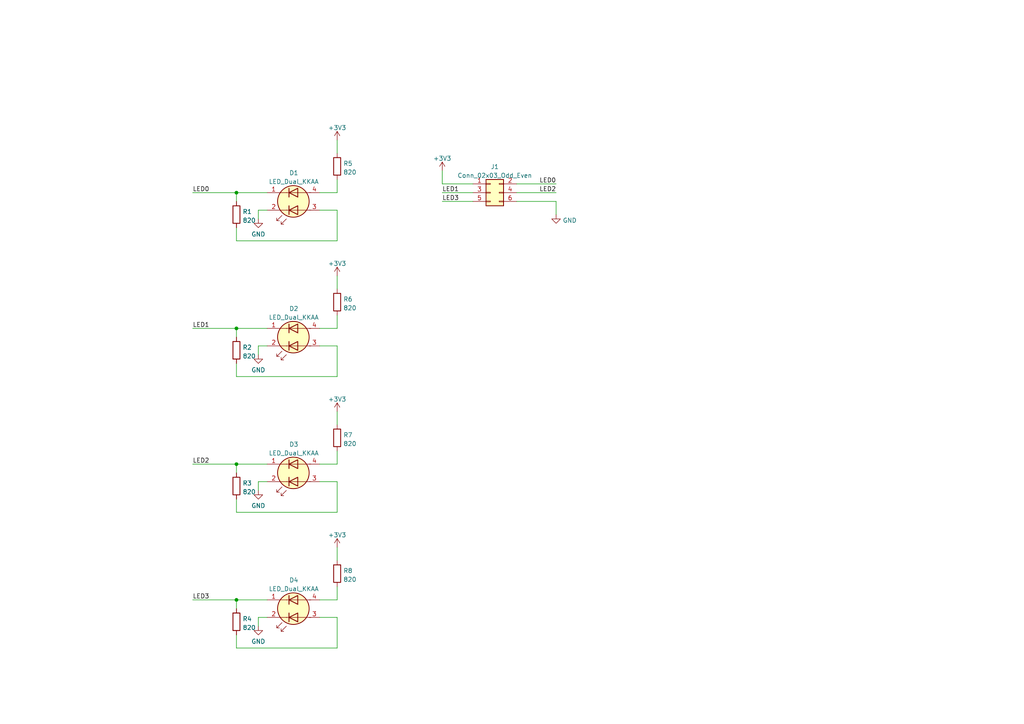
<source format=kicad_sch>
(kicad_sch (version 20230121) (generator eeschema)
  (paper "A4")
  (title_block (title "PTC0402K Front Panel") (date "2023-09-13") (rev "1.0") (company "Blueskin Design Ltd") (comment 1 "Licensed Creative Commons") (comment 2 "Designed by Michael Turner"))
  (lib_symbols
    (symbol "Connector_Generic:Conn_02x03_Odd_Even" (pin_names (offset 1.016) hide)
      (property "Reference" "J" (at 1.27 5.08 0))
      (property "Value" "Conn_02x03_Odd_Even" (at 1.27 -5.08 0))
      (symbol "Conn_02x03_Odd_Even_1_1"
        (rectangle (start -1.27 -2.413) (end 0 -2.667) (stroke (width 0.1524)))
        (rectangle (start -1.27 0.127) (end 0 -0.127) (stroke (width 0.1524)))
        (rectangle (start -1.27 2.667) (end 0 2.413) (stroke (width 0.1524)))
        (rectangle (start -1.27 3.81) (end 3.81 -3.81) (stroke (width 0.254)) (fill (type background)))
        (rectangle (start 3.81 -2.413) (end 2.54 -2.667) (stroke (width 0.1524)))
        (rectangle (start 3.81 0.127) (end 2.54 -0.127) (stroke (width 0.1524)))
        (rectangle (start 3.81 2.667) (end 2.54 2.413) (stroke (width 0.1524)))
        (pin passive line (at -5.08 2.54 0) (length 3.81) (name "Pin_1") (number "1"))
        (pin passive line (at 7.62 2.54 180) (length 3.81) (name "Pin_2") (number "2"))
        (pin passive line (at -5.08 0 0) (length 3.81) (name "Pin_3") (number "3"))
        (pin passive line (at 7.62 0 180) (length 3.81) (name "Pin_4") (number "4"))
        (pin passive line (at -5.08 -2.54 0) (length 3.81) (name "Pin_5") (number "5"))
        (pin passive line (at 7.62 -2.54 180) (length 3.81) (name "Pin_6") (number "6"))
      )
    )
    (symbol "Device:R" (pin_numbers hide) (pin_names (offset 0))
      (property "Reference" "R" (at 2.032 0 90))
      (property "Value" "R" (at 0 0 90))
      (symbol "R_0_1"
        (rectangle (start -1.016 -2.54) (end 1.016 2.54) (stroke (width 0.254)))
      )
      (symbol "R_1_1"
        (pin passive line (at 0 3.81 270) (length 1.27) (name "~") (number "1"))
        (pin passive line (at 0 -3.81 90) (length 1.27) (name "~") (number "2"))
      )
    )
    (symbol "My Components:LED_Dual_KKAA" (pin_names (offset 0) hide)
      (property "Reference" "D" (at 0 -5.715 0))
      (property "Value" "LED_Dual_KKAA" (at 0 6.35 0))
      (symbol "LED_Dual_KKAA_0_1"
        (polyline (pts (xy -3.81 -2.54) (xy -1.905 -2.54)))
        (polyline (pts (xy -3.81 2.54) (xy -1.905 2.54)))
        (polyline (pts (xy -1.27 -3.81) (xy -1.27 -1.27)) (stroke (width 0.254)))
        (polyline (pts (xy -1.27 1.27) (xy -1.27 3.81)) (stroke (width 0.254)))
        (polyline (pts (xy 5.08 -2.54) (xy -2.032 -2.54)))
        (polyline (pts (xy 5.08 2.54) (xy -2.032 2.54)))
        (polyline (pts (xy 1.27 -3.81) (xy 1.27 -1.27) (xy -1.27 -2.54) (xy 1.27 -3.81)) (stroke (width 0.254)))
        (polyline (pts (xy 1.27 1.27) (xy 1.27 3.81) (xy -1.27 2.54) (xy 1.27 1.27)) (stroke (width 0.254)))
        (polyline (pts (xy -3.302 -4.064) (xy -4.826 -5.588) (xy -4.064 -5.588) (xy -4.826 -5.588) (xy -4.826 -4.826)))
        (polyline (pts (xy -2.032 -5.08) (xy -3.556 -6.604) (xy -2.794 -6.604) (xy -3.556 -6.604) (xy -3.556 -5.842)))
        (circle (center 0 0) (radius 4.572) (stroke (width 0.254)) (fill (type background)))
      )
      (symbol "LED_Dual_KKAA_1_1"
        (pin input line (at -7.62 2.54 0) (length 3.81) (name "K2") (number "1"))
        (pin input line (at -7.62 -2.54 0) (length 3.81) (name "K1") (number "2"))
        (pin input line (at 7.62 -2.54 180) (length 3.048) (name "A1") (number "3"))
        (pin input line (at 7.62 2.54 180) (length 3.048) (name "A2") (number "4"))
      )
    )
    (symbol "power:+3V3" (power) (pin_names (offset 0))
      (property "Value" "+3V3" (at 0 3.556 0))
      (symbol "+3V3_0_1"
        (polyline (pts (xy -0.762 1.27) (xy 0 2.54)))
        (polyline (pts (xy 0 0) (xy 0 2.54)))
        (polyline (pts (xy 0 2.54) (xy 0.762 1.27)))
      )
      (symbol "+3V3_1_1"
        (pin power_in line (at 0 0 90) (length 0) hide (name "+3V3") (number "1"))
      )
    )
    (symbol "power:GND" (power) (pin_names (offset 0))
      (property "Value" "GND" (at 0 -3.81 0))
      (symbol "GND_0_1"
        (polyline (pts (xy 0 0) (xy 0 -1.27) (xy 1.27 -1.27) (xy 0 -2.54) (xy -1.27 -1.27) (xy 0 -1.27)))
      )
      (symbol "GND_1_1"
        (pin power_in line (at 0 0 270) (length 0) hide (name "GND") (number "1"))
      )
    )
  )
  (junction (at 68.58 134.62))
  (junction (at 68.58 173.99))
  (junction (at 68.58 55.88))
  (junction (at 68.58 95.25))
  (wire (pts (xy 68.58 55.88) (xy 68.58 58.42)))
  (wire (pts (xy 77.47 139.7) (xy 74.93 139.7)))
  (wire (pts (xy 55.88 134.62) (xy 68.58 134.62)))
  (wire (pts (xy 128.27 58.42) (xy 137.16 58.42)))
  (wire (pts (xy 68.58 148.59) (xy 97.79 148.59)))
  (wire (pts (xy 68.58 66.04) (xy 68.58 69.85)))
  (wire (pts (xy 137.16 53.34) (xy 128.27 53.34)))
  (wire (pts (xy 149.86 53.34) (xy 161.29 53.34)))
  (wire (pts (xy 77.47 55.88) (xy 68.58 55.88)))
  (wire (pts (xy 68.58 69.85) (xy 97.79 69.85)))
  (wire (pts (xy 55.88 55.88) (xy 68.58 55.88)))
  (wire (pts (xy 97.79 123.19) (xy 97.79 119.38)))
  (wire (pts (xy 97.79 134.62) (xy 92.71 134.62)))
  (wire (pts (xy 68.58 173.99) (xy 68.58 176.53)))
  (wire (pts (xy 97.79 60.96) (xy 92.71 60.96)))
  (wire (pts (xy 77.47 179.07) (xy 74.93 179.07)))
  (wire (pts (xy 68.58 184.15) (xy 68.58 187.96)))
  (wire (pts (xy 97.79 83.82) (xy 97.79 80.01)))
  (wire (pts (xy 97.79 170.18) (xy 97.79 173.99)))
  (wire (pts (xy 97.79 148.59) (xy 97.79 139.7)))
  (wire (pts (xy 149.86 55.88) (xy 161.29 55.88)))
  (wire (pts (xy 97.79 52.07) (xy 97.79 55.88)))
  (wire (pts (xy 97.79 55.88) (xy 92.71 55.88)))
  (wire (pts (xy 97.79 162.56) (xy 97.79 158.75)))
  (wire (pts (xy 128.27 55.88) (xy 137.16 55.88)))
  (wire (pts (xy 74.93 139.7) (xy 74.93 142.24)))
  (wire (pts (xy 97.79 95.25) (xy 92.71 95.25)))
  (wire (pts (xy 97.79 91.44) (xy 97.79 95.25)))
  (wire (pts (xy 74.93 100.33) (xy 74.93 102.87)))
  (wire (pts (xy 68.58 187.96) (xy 97.79 187.96)))
  (wire (pts (xy 68.58 95.25) (xy 68.58 97.79)))
  (wire (pts (xy 55.88 173.99) (xy 68.58 173.99)))
  (wire (pts (xy 97.79 100.33) (xy 92.71 100.33)))
  (wire (pts (xy 74.93 60.96) (xy 74.93 63.5)))
  (wire (pts (xy 97.79 139.7) (xy 92.71 139.7)))
  (wire (pts (xy 97.79 130.81) (xy 97.79 134.62)))
  (wire (pts (xy 77.47 100.33) (xy 74.93 100.33)))
  (wire (pts (xy 128.27 49.53) (xy 128.27 53.34)))
  (wire (pts (xy 77.47 60.96) (xy 74.93 60.96)))
  (wire (pts (xy 97.79 44.45) (xy 97.79 40.64)))
  (wire (pts (xy 74.93 179.07) (xy 74.93 181.61)))
  (wire (pts (xy 97.79 173.99) (xy 92.71 173.99)))
  (wire (pts (xy 97.79 179.07) (xy 92.71 179.07)))
  (wire (pts (xy 55.88 95.25) (xy 68.58 95.25)))
  (wire (pts (xy 68.58 134.62) (xy 68.58 137.16)))
  (wire (pts (xy 77.47 95.25) (xy 68.58 95.25)))
  (wire (pts (xy 68.58 109.22) (xy 97.79 109.22)))
  (wire (pts (xy 97.79 109.22) (xy 97.79 100.33)))
  (wire (pts (xy 68.58 144.78) (xy 68.58 148.59)))
  (wire (pts (xy 77.47 173.99) (xy 68.58 173.99)))
  (wire (pts (xy 149.86 58.42) (xy 161.29 58.42)))
  (wire (pts (xy 68.58 105.41) (xy 68.58 109.22)))
  (wire (pts (xy 77.47 134.62) (xy 68.58 134.62)))
  (wire (pts (xy 97.79 69.85) (xy 97.79 60.96)))
  (wire (pts (xy 97.79 187.96) (xy 97.79 179.07)))
  (wire (pts (xy 161.29 58.42) (xy 161.29 62.23)))
  (label "LED0" (at 161.29 53.34 180))
  (label "LED1" (at 55.88 95.25 0))
  (label "LED1" (at 128.27 55.88 0))
  (label "LED2" (at 55.88 134.62 0))
  (label "LED3" (at 55.88 173.99 0))
  (label "LED3" (at 128.27 58.42 0))
  (label "LED2" (at 161.29 55.88 180))
  (label "LED0" (at 55.88 55.88 0))
  (symbol (lib_id "power:GND") (at 74.93 63.5 0) (unit 1)
    (property "Reference" "#PWR01" (effects hide))
    (property "Value" "GND" (at 74.93 67.9434 0))
  )
  (symbol (lib_id "Device:R") (at 68.58 62.23 0) (unit 1)
    (property "Reference" "R1" (at 70.358 61.3953 0) (effects (justify left)))
    (property "Value" "820" (at 70.358 63.9322 0) (effects (justify left)))
    (property "Footprint" "Resistor_SMD:R_0603_1608Metric_Pad0.98x0.95mm_HandSolder" (effects hide))
  )
  (symbol (lib_id "My Components:LED_Dual_KKAA") (at 85.09 58.42 0) (unit 1)
    (property "Reference" "D1" (at 85.217 50.1482 0))
    (property "Value" "LED_Dual_KKAA" (at 85.217 52.6851 0))
    (property "Footprint" "Footprints:Wurth_Bicolor_Reverse_Mount_LED" (effects hide))
  )
  (symbol (lib_id "power:GND") (at 161.29 62.23 0) (mirror y) (unit 1)
    (property "Reference" "#PWR010" (effects hide))
    (property "Value" "GND" (at 163.195 63.9338 0) (effects (justify right)))
  )
  (symbol (lib_id "Device:R") (at 68.58 180.34 0) (unit 1)
    (property "Reference" "R4" (at 70.358 179.5053 0) (effects (justify left)))
    (property "Value" "820" (at 70.358 182.0422 0) (effects (justify left)))
    (property "Footprint" "Resistor_SMD:R_0603_1608Metric_Pad0.98x0.95mm_HandSolder" (effects hide))
  )
  (symbol (lib_id "My Components:LED_Dual_KKAA") (at 85.09 176.53 0) (unit 1)
    (property "Reference" "D4" (at 85.217 168.2582 0))
    (property "Value" "LED_Dual_KKAA" (at 85.217 170.7951 0))
    (property "Footprint" "Footprints:Wurth_Bicolor_Reverse_Mount_LED" (effects hide))
  )
  (symbol (lib_id "My Components:LED_Dual_KKAA") (at 85.09 137.16 0) (unit 1)
    (property "Reference" "D3" (at 85.217 128.8882 0))
    (property "Value" "LED_Dual_KKAA" (at 85.217 131.4251 0))
    (property "Footprint" "Footprints:Wurth_Bicolor_Reverse_Mount_LED" (effects hide))
  )
  (symbol (lib_id "Device:R") (at 68.58 101.6 0) (unit 1)
    (property "Reference" "R2" (at 70.358 100.7653 0) (effects (justify left)))
    (property "Value" "820" (at 70.358 103.3022 0) (effects (justify left)))
    (property "Footprint" "Resistor_SMD:R_0603_1608Metric_Pad0.98x0.95mm_HandSolder" (effects hide))
  )
  (symbol (lib_id "Device:R") (at 97.79 127 0) (unit 1)
    (property "Reference" "R7" (at 99.568 126.1653 0) (effects (justify left)))
    (property "Value" "820" (at 99.568 128.7022 0) (effects (justify left)))
    (property "Footprint" "Resistor_SMD:R_0603_1608Metric_Pad0.98x0.95mm_HandSolder" (effects hide))
  )
  (symbol (lib_id "Connector_Generic:Conn_02x03_Odd_Even") (at 142.24 55.88 0) (unit 1)
    (property "Reference" "J1" (at 143.51 48.3702 0))
    (property "Value" "Conn_02x03_Odd_Even" (at 143.51 50.9071 0))
    (property "Footprint" "Connector_PinSocket_2.54mm:PinSocket_2x03_P2.54mm_Vertical_SMD" (effects hide))
  )
  (symbol (lib_id "power:+3V3") (at 97.79 40.64 0) (unit 1)
    (property "Reference" "#PWR05" (effects hide))
    (property "Value" "+3V3" (at 97.79 37.0642 0))
  )
  (symbol (lib_id "Device:R") (at 97.79 48.26 0) (unit 1)
    (property "Reference" "R5" (at 99.568 47.4253 0) (effects (justify left)))
    (property "Value" "820" (at 99.568 49.9622 0) (effects (justify left)))
    (property "Footprint" "Resistor_SMD:R_0603_1608Metric_Pad0.98x0.95mm_HandSolder" (effects hide))
  )
  (symbol (lib_id "power:+3V3") (at 97.79 158.75 0) (unit 1)
    (property "Reference" "#PWR08" (effects hide))
    (property "Value" "+3V3" (at 97.79 155.1742 0))
  )
  (symbol (lib_id "Device:R") (at 97.79 87.63 0) (unit 1)
    (property "Reference" "R6" (at 99.568 86.7953 0) (effects (justify left)))
    (property "Value" "820" (at 99.568 89.3322 0) (effects (justify left)))
    (property "Footprint" "Resistor_SMD:R_0603_1608Metric_Pad0.98x0.95mm_HandSolder" (effects hide))
  )
  (symbol (lib_id "power:+3V3") (at 97.79 80.01 0) (unit 1)
    (property "Reference" "#PWR06" (effects hide))
    (property "Value" "+3V3" (at 97.79 76.4342 0))
  )
  (symbol (lib_id "power:+3V3") (at 97.79 119.38 0) (unit 1)
    (property "Reference" "#PWR07" (effects hide))
    (property "Value" "+3V3" (at 97.79 115.8042 0))
  )
  (symbol (lib_id "Device:R") (at 68.58 140.97 0) (unit 1)
    (property "Reference" "R3" (at 70.358 140.1353 0) (effects (justify left)))
    (property "Value" "820" (at 70.358 142.6722 0) (effects (justify left)))
    (property "Footprint" "Resistor_SMD:R_0603_1608Metric_Pad0.98x0.95mm_HandSolder" (effects hide))
  )
  (symbol (lib_id "My Components:LED_Dual_KKAA") (at 85.09 97.79 0) (unit 1)
    (property "Reference" "D2" (at 85.217 89.5182 0))
    (property "Value" "LED_Dual_KKAA" (at 85.217 92.0551 0))
    (property "Footprint" "Footprints:Wurth_Bicolor_Reverse_Mount_LED" (effects hide))
  )
  (symbol (lib_id "power:GND") (at 74.93 181.61 0) (unit 1)
    (property "Reference" "#PWR04" (effects hide))
    (property "Value" "GND" (at 74.93 186.0534 0))
  )
  (symbol (lib_id "power:GND") (at 74.93 142.24 0) (unit 1)
    (property "Reference" "#PWR03" (effects hide))
    (property "Value" "GND" (at 74.93 146.6834 0))
  )
  (symbol (lib_id "power:+3V3") (at 128.27 49.53 0) (unit 1)
    (property "Reference" "#PWR09" (effects hide))
    (property "Value" "+3V3" (at 128.27 45.9542 0))
  )
  (symbol (lib_id "Device:R") (at 97.79 166.37 0) (unit 1)
    (property "Reference" "R8" (at 99.568 165.5353 0) (effects (justify left)))
    (property "Value" "820" (at 99.568 168.0722 0) (effects (justify left)))
    (property "Footprint" "Resistor_SMD:R_0603_1608Metric_Pad0.98x0.95mm_HandSolder" (effects hide))
  )
  (symbol (lib_id "power:GND") (at 74.93 102.87 0) (unit 1)
    (property "Reference" "#PWR02" (effects hide))
    (property "Value" "GND" (at 74.93 107.3134 0))
  )
)
</source>
